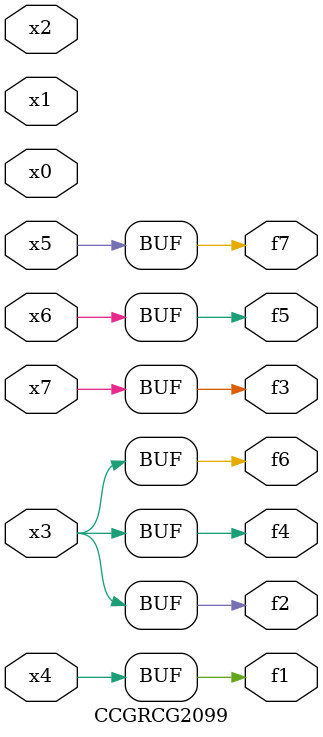
<source format=v>
module CCGRCG2099(
	input x0, x1, x2, x3, x4, x5, x6, x7,
	output f1, f2, f3, f4, f5, f6, f7
);
	assign f1 = x4;
	assign f2 = x3;
	assign f3 = x7;
	assign f4 = x3;
	assign f5 = x6;
	assign f6 = x3;
	assign f7 = x5;
endmodule

</source>
